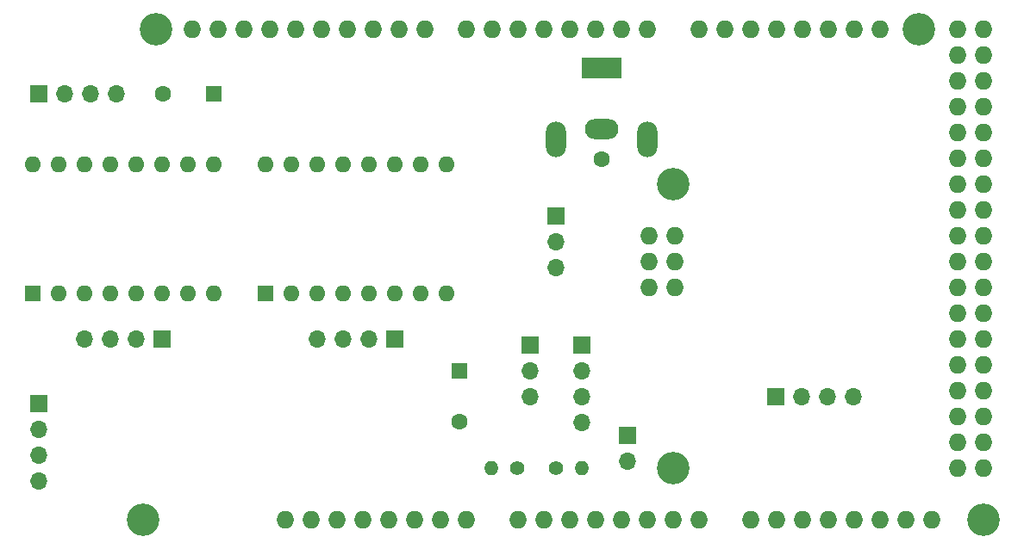
<source format=gbr>
%TF.GenerationSoftware,KiCad,Pcbnew,(5.1.8)-1*%
%TF.CreationDate,2021-01-22T20:57:01-05:00*%
%TF.ProjectId,rDuino,72447569-6e6f-42e6-9b69-6361645f7063,rev?*%
%TF.SameCoordinates,Original*%
%TF.FileFunction,Soldermask,Bot*%
%TF.FilePolarity,Negative*%
%FSLAX46Y46*%
G04 Gerber Fmt 4.6, Leading zero omitted, Abs format (unit mm)*
G04 Created by KiCad (PCBNEW (5.1.8)-1) date 2021-01-22 20:57:01*
%MOMM*%
%LPD*%
G01*
G04 APERTURE LIST*
%ADD10O,1.727200X1.727200*%
%ADD11C,3.200000*%
%ADD12R,4.000000X2.000000*%
%ADD13O,3.300000X2.000000*%
%ADD14O,2.000000X3.500000*%
%ADD15C,1.600000*%
%ADD16R,1.600000X1.600000*%
%ADD17O,1.600000X1.600000*%
%ADD18R,1.700000X1.700000*%
%ADD19O,1.700000X1.700000*%
%ADD20C,1.400000*%
%ADD21O,1.400000X1.400000*%
G04 APERTURE END LIST*
D10*
%TO.C,XA1*%
X151967001Y-101600000D03*
X154507001Y-101600000D03*
X154507001Y-99060000D03*
X151967001Y-99060000D03*
X154507001Y-96520000D03*
X139140001Y-124460000D03*
X134060001Y-124460000D03*
X131520001Y-124460000D03*
X128980001Y-124460000D03*
X126440001Y-124460000D03*
X123900001Y-124460000D03*
X121360001Y-124460000D03*
X118820001Y-124460000D03*
X174700001Y-76200000D03*
X172160001Y-76200000D03*
X169620001Y-76200000D03*
X167080001Y-76200000D03*
X164540001Y-76200000D03*
X162000001Y-76200000D03*
X159460001Y-76200000D03*
X156920001Y-76200000D03*
X151840001Y-76200000D03*
X149300001Y-76200000D03*
X146760001Y-76200000D03*
X144220001Y-76200000D03*
X141680001Y-76200000D03*
X139140001Y-76200000D03*
X136600001Y-76200000D03*
X134060001Y-76200000D03*
X114756001Y-76200000D03*
X129996001Y-76200000D03*
X127456001Y-76200000D03*
X124916001Y-76200000D03*
D11*
X154380001Y-119380000D03*
X154380001Y-91440000D03*
X178510001Y-76200000D03*
X103580001Y-76200000D03*
X184860001Y-124460000D03*
X102310001Y-124460000D03*
D10*
X107136001Y-76200000D03*
X109676001Y-76200000D03*
X112216001Y-76200000D03*
X117296001Y-76200000D03*
X119836001Y-76200000D03*
X122376001Y-76200000D03*
X116280001Y-124460000D03*
X141680001Y-124460000D03*
X144220001Y-124460000D03*
X146760001Y-124460000D03*
X149300001Y-124460000D03*
X151840001Y-124460000D03*
X154380001Y-124460000D03*
X156920001Y-124460000D03*
X162000001Y-124460000D03*
X164540001Y-124460000D03*
X167080001Y-124460000D03*
X169620001Y-124460000D03*
X172160001Y-124460000D03*
X174700001Y-124460000D03*
X177240001Y-124460000D03*
X179780001Y-124460000D03*
X182320001Y-76200000D03*
X184860001Y-76200000D03*
X182320001Y-78740000D03*
X184860001Y-78740000D03*
X182320001Y-81280000D03*
X184860001Y-81280000D03*
X182320001Y-83820000D03*
X184860001Y-83820000D03*
X182320001Y-86360000D03*
X184860001Y-86360000D03*
X182320001Y-88900000D03*
X184860001Y-88900000D03*
X182320001Y-91440000D03*
X184860001Y-91440000D03*
X182320001Y-93980000D03*
X184860001Y-93980000D03*
X182320001Y-96520000D03*
X184860001Y-96520000D03*
X182320001Y-99060000D03*
X184860001Y-99060000D03*
X182320001Y-101600000D03*
X184860001Y-101600000D03*
X182320001Y-104140000D03*
X184860001Y-104140000D03*
X182320001Y-106680000D03*
X184860001Y-106680000D03*
X182320001Y-109220000D03*
X184860001Y-109220000D03*
X182320001Y-111760000D03*
X184860001Y-111760000D03*
X182320001Y-114300000D03*
X184860001Y-114300000D03*
X182320001Y-116840000D03*
X184860001Y-116840000D03*
X182320001Y-119380000D03*
X184860001Y-119380000D03*
X151967001Y-96520000D03*
%TD*%
D12*
%TO.C,J1*%
X147320000Y-80010000D03*
D13*
X147320000Y-86010000D03*
D14*
X142820000Y-87010000D03*
X151820000Y-87010000D03*
D15*
X147320000Y-89010000D03*
%TD*%
D16*
%TO.C,A1*%
X114300000Y-102235000D03*
D17*
X132080000Y-89535000D03*
X116840000Y-102235000D03*
X129540000Y-89535000D03*
X119380000Y-102235000D03*
X127000000Y-89535000D03*
X121920000Y-102235000D03*
X124460000Y-89535000D03*
X124460000Y-102235000D03*
X121920000Y-89535000D03*
X127000000Y-102235000D03*
X119380000Y-89535000D03*
X129540000Y-102235000D03*
X116840000Y-89535000D03*
X132080000Y-102235000D03*
X114300000Y-89535000D03*
%TD*%
%TO.C,A2*%
X91440000Y-89535000D03*
X109220000Y-102235000D03*
X93980000Y-89535000D03*
X106680000Y-102235000D03*
X96520000Y-89535000D03*
X104140000Y-102235000D03*
X99060000Y-89535000D03*
X101600000Y-102235000D03*
X101600000Y-89535000D03*
X99060000Y-102235000D03*
X104140000Y-89535000D03*
X96520000Y-102235000D03*
X106680000Y-89535000D03*
X93980000Y-102235000D03*
X109220000Y-89535000D03*
D16*
X91440000Y-102235000D03*
%TD*%
D18*
%TO.C,P2*%
X145415000Y-107315000D03*
D19*
X145415000Y-109855000D03*
X145415000Y-112395000D03*
X145415000Y-114935000D03*
%TD*%
D18*
%TO.C,P3*%
X92075000Y-82550000D03*
D19*
X94615000Y-82550000D03*
X97155000Y-82550000D03*
X99695000Y-82550000D03*
%TD*%
%TO.C,P4*%
X92075000Y-120650000D03*
X92075000Y-118110000D03*
X92075000Y-115570000D03*
D18*
X92075000Y-113030000D03*
%TD*%
D19*
%TO.C,DEC_OUT1*%
X119380000Y-106680000D03*
X121920000Y-106680000D03*
X124460000Y-106680000D03*
D18*
X127000000Y-106680000D03*
%TD*%
D19*
%TO.C,P5*%
X172085000Y-112395000D03*
X169545000Y-112395000D03*
X167005000Y-112395000D03*
D18*
X164465000Y-112395000D03*
%TD*%
D20*
%TO.C,R1*%
X139065000Y-119380000D03*
D21*
X136525000Y-119380000D03*
%TD*%
%TO.C,R2*%
X145415000Y-119380000D03*
D20*
X142875000Y-119380000D03*
%TD*%
D18*
%TO.C,P6*%
X140335000Y-107315000D03*
D19*
X140335000Y-109855000D03*
X140335000Y-112395000D03*
%TD*%
D16*
%TO.C,100uF1*%
X109220000Y-82550000D03*
D15*
X104220000Y-82550000D03*
%TD*%
%TO.C,100uF2*%
X133350000Y-114855000D03*
D16*
X133350000Y-109855000D03*
%TD*%
D18*
%TO.C,P1*%
X149860000Y-116205000D03*
D19*
X149860000Y-118745000D03*
%TD*%
D18*
%TO.C,RA_OUT1*%
X104140000Y-106680000D03*
D19*
X101600000Y-106680000D03*
X99060000Y-106680000D03*
X96520000Y-106680000D03*
%TD*%
D18*
%TO.C,J2*%
X142875000Y-94615000D03*
D19*
X142875000Y-97155000D03*
X142875000Y-99695000D03*
%TD*%
M02*

</source>
